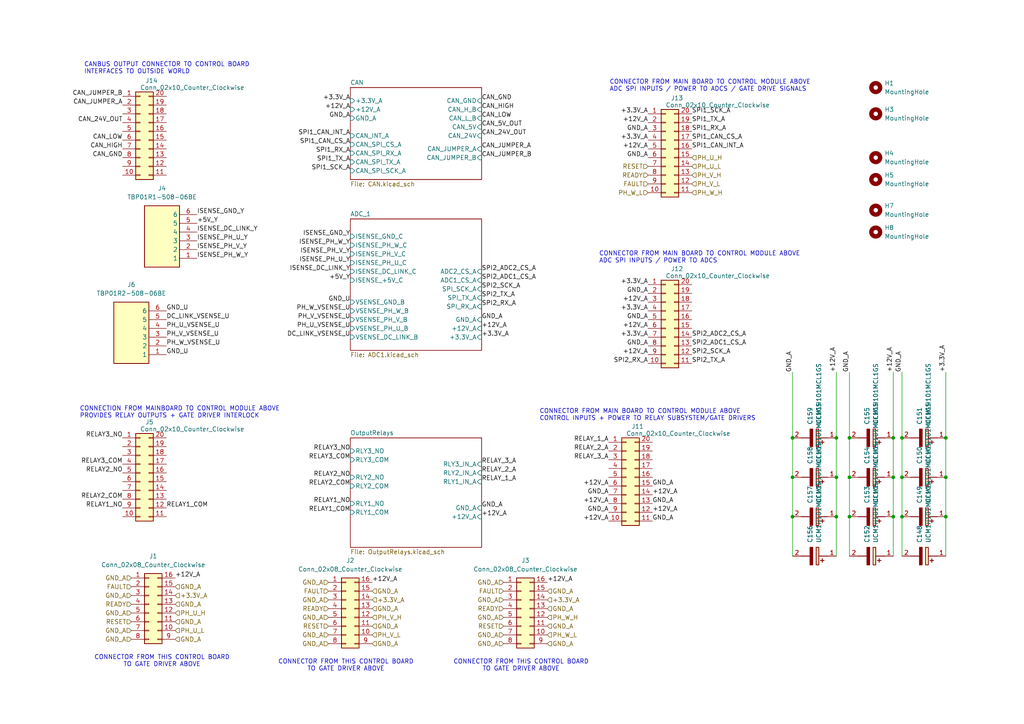
<source format=kicad_sch>
(kicad_sch (version 20250114) (generator "eeschema") (generator_version "9.0")
  (paper "A4")
  (lib_symbols
    (symbol "Connector_Generic:Conn_02x08_Counter_Clockwise" (pin_names (offset 1.016) (hide yes))
      (property "Reference" "J" (at 1.27 10.16 0))
      (property "Value" "Conn_02x08_Counter_Clockwise" (at 1.27 -12.7 0))
      (symbol "Conn_02x08_Counter_Clockwise_1_1"
        (rectangle (start -1.27 8.89) (end 3.81 -11.43) (stroke (width 0.254)) (fill (type background)))
        (rectangle (start -1.27 7.747) (end 0 7.493) (stroke (width 0.1524)))
        (rectangle (start -1.27 5.207) (end 0 4.953) (stroke (width 0.1524)))
        (rectangle (start -1.27 2.667) (end 0 2.413) (stroke (width 0.1524)))
        (rectangle (start -1.27 0.127) (end 0 -0.127) (stroke (width 0.1524)))
        (rectangle (start -1.27 -2.413) (end 0 -2.667) (stroke (width 0.1524)))
        (rectangle (start -1.27 -4.953) (end 0 -5.207) (stroke (width 0.1524)))
        (rectangle (start -1.27 -7.493) (end 0 -7.747) (stroke (width 0.1524)))
        (rectangle (start -1.27 -10.033) (end 0 -10.287) (stroke (width 0.1524)))
        (rectangle (start 3.81 7.747) (end 2.54 7.493) (stroke (width 0.1524)))
        (rectangle (start 3.81 5.207) (end 2.54 4.953) (stroke (width 0.1524)))
        (rectangle (start 3.81 2.667) (end 2.54 2.413) (stroke (width 0.1524)))
        (rectangle (start 3.81 0.127) (end 2.54 -0.127) (stroke (width 0.1524)))
        (rectangle (start 3.81 -2.413) (end 2.54 -2.667) (stroke (width 0.1524)))
        (rectangle (start 3.81 -4.953) (end 2.54 -5.207) (stroke (width 0.1524)))
        (rectangle (start 3.81 -7.493) (end 2.54 -7.747) (stroke (width 0.1524)))
        (rectangle (start 3.81 -10.033) (end 2.54 -10.287) (stroke (width 0.1524)))
        (pin passive line (at -5.08 7.62 0) (length 3.81) (name "Pin_1") (number "1"))
        (pin passive line (at -5.08 5.08 0) (length 3.81) (name "Pin_2") (number "2"))
        (pin passive line (at -5.08 2.54 0) (length 3.81) (name "Pin_3") (number "3"))
        (pin passive line (at -5.08 0 0) (length 3.81) (name "Pin_4") (number "4"))
        (pin passive line (at -5.08 -2.54 0) (length 3.81) (name "Pin_5") (number "5"))
        (pin passive line (at -5.08 -5.08 0) (length 3.81) (name "Pin_6") (number "6"))
        (pin passive line (at -5.08 -7.62 0) (length 3.81) (name "Pin_7") (number "7"))
        (pin passive line (at -5.08 -10.16 0) (length 3.81) (name "Pin_8") (number "8"))
        (pin passive line (at 7.62 7.62 180) (length 3.81) (name "Pin_16") (number "16"))
        (pin passive line (at 7.62 5.08 180) (length 3.81) (name "Pin_15") (number "15"))
        (pin passive line (at 7.62 2.54 180) (length 3.81) (name "Pin_14") (number "14"))
        (pin passive line (at 7.62 0 180) (length 3.81) (name "Pin_13") (number "13"))
        (pin passive line (at 7.62 -2.54 180) (length 3.81) (name "Pin_12") (number "12"))
        (pin passive line (at 7.62 -5.08 180) (length 3.81) (name "Pin_11") (number "11"))
        (pin passive line (at 7.62 -7.62 180) (length 3.81) (name "Pin_10") (number "10"))
        (pin passive line (at 7.62 -10.16 180) (length 3.81) (name "Pin_9") (number "9"))
      )
    )
    (symbol "Connector_Generic:Conn_02x10_Counter_Clockwise" (pin_names (offset 1.016) (hide yes))
      (property "Reference" "J" (at 1.27 12.7 0))
      (property "Value" "Conn_02x10_Counter_Clockwise" (at 1.27 -15.24 0))
      (symbol "Conn_02x10_Counter_Clockwise_1_1"
        (rectangle (start -1.27 11.43) (end 3.81 -13.97) (stroke (width 0.254)) (fill (type background)))
        (rectangle (start -1.27 10.287) (end 0 10.033) (stroke (width 0.1524)))
        (rectangle (start -1.27 7.747) (end 0 7.493) (stroke (width 0.1524)))
        (rectangle (start -1.27 5.207) (end 0 4.953) (stroke (width 0.1524)))
        (rectangle (start -1.27 2.667) (end 0 2.413) (stroke (width 0.1524)))
        (rectangle (start -1.27 0.127) (end 0 -0.127) (stroke (width 0.1524)))
        (rectangle (start -1.27 -2.413) (end 0 -2.667) (stroke (width 0.1524)))
        (rectangle (start -1.27 -4.953) (end 0 -5.207) (stroke (width 0.1524)))
        (rectangle (start -1.27 -7.493) (end 0 -7.747) (stroke (width 0.1524)))
        (rectangle (start -1.27 -10.033) (end 0 -10.287) (stroke (width 0.1524)))
        (rectangle (start -1.27 -12.573) (end 0 -12.827) (stroke (width 0.1524)))
        (rectangle (start 3.81 10.287) (end 2.54 10.033) (stroke (width 0.1524)))
        (rectangle (start 3.81 7.747) (end 2.54 7.493) (stroke (width 0.1524)))
        (rectangle (start 3.81 5.207) (end 2.54 4.953) (stroke (width 0.1524)))
        (rectangle (start 3.81 2.667) (end 2.54 2.413) (stroke (width 0.1524)))
        (rectangle (start 3.81 0.127) (end 2.54 -0.127) (stroke (width 0.1524)))
        (rectangle (start 3.81 -2.413) (end 2.54 -2.667) (stroke (width 0.1524)))
        (rectangle (start 3.81 -4.953) (end 2.54 -5.207) (stroke (width 0.1524)))
        (rectangle (start 3.81 -7.493) (end 2.54 -7.747) (stroke (width 0.1524)))
        (rectangle (start 3.81 -10.033) (end 2.54 -10.287) (stroke (width 0.1524)))
        (rectangle (start 3.81 -12.573) (end 2.54 -12.827) (stroke (width 0.1524)))
        (pin passive line (at -5.08 10.16 0) (length 3.81) (name "Pin_1") (number "1"))
        (pin passive line (at -5.08 7.62 0) (length 3.81) (name "Pin_2") (number "2"))
        (pin passive line (at -5.08 5.08 0) (length 3.81) (name "Pin_3") (number "3"))
        (pin passive line (at -5.08 2.54 0) (length 3.81) (name "Pin_4") (number "4"))
        (pin passive line (at -5.08 0 0) (length 3.81) (name "Pin_5") (number "5"))
        (pin passive line (at -5.08 -2.54 0) (length 3.81) (name "Pin_6") (number "6"))
        (pin passive line (at -5.08 -5.08 0) (length 3.81) (name "Pin_7") (number "7"))
        (pin passive line (at -5.08 -7.62 0) (length 3.81) (name "Pin_8") (number "8"))
        (pin passive line (at -5.08 -10.16 0) (length 3.81) (name "Pin_9") (number "9"))
        (pin passive line (at -5.08 -12.7 0) (length 3.81) (name "Pin_10") (number "10"))
        (pin passive line (at 7.62 10.16 180) (length 3.81) (name "Pin_20") (number "20"))
        (pin passive line (at 7.62 7.62 180) (length 3.81) (name "Pin_19") (number "19"))
        (pin passive line (at 7.62 5.08 180) (length 3.81) (name "Pin_18") (number "18"))
        (pin passive line (at 7.62 2.54 180) (length 3.81) (name "Pin_17") (number "17"))
        (pin passive line (at 7.62 0 180) (length 3.81) (name "Pin_16") (number "16"))
        (pin passive line (at 7.62 -2.54 180) (length 3.81) (name "Pin_15") (number "15"))
        (pin passive line (at 7.62 -5.08 180) (length 3.81) (name "Pin_14") (number "14"))
        (pin passive line (at 7.62 -7.62 180) (length 3.81) (name "Pin_13") (number "13"))
        (pin passive line (at 7.62 -10.16 180) (length 3.81) (name "Pin_12") (number "12"))
        (pin passive line (at 7.62 -12.7 180) (length 3.81) (name "Pin_11") (number "11"))
      )
    )
    (symbol "InverterCom:TBP01R1-508-06BE"
      (property "Reference" "J" (at 16.51 7.62 0))
      (property "Value" "TBP01R1-508-06BE" (at 16.51 5.08 0))
      (symbol "TBP01R1-508-06BE_1_1"
        (rectangle (start 5.08 2.54) (end 15.24 -15.24) (stroke (width 0.254)) (fill (type background)))
        (pin passive line (at 0 0 0) (length 5.08) (name "1") (number "1"))
        (pin passive line (at 0 -2.54 0) (length 5.08) (name "2") (number "2"))
        (pin passive line (at 0 -5.08 0) (length 5.08) (name "3") (number "3"))
        (pin passive line (at 0 -7.62 0) (length 5.08) (name "4") (number "4"))
        (pin passive line (at 0 -10.16 0) (length 5.08) (name "5") (number "5"))
        (pin passive line (at 0 -12.7 0) (length 5.08) (name "6") (number "6"))
      )
    )
    (symbol "InverterCom:TBP01R2-508-06BE"
      (property "Reference" "J" (at 16.51 7.62 0))
      (property "Value" "TBP01R2-508-06BE" (at 16.51 5.08 0))
      (symbol "TBP01R2-508-06BE_1_1"
        (rectangle (start 5.08 2.54) (end 15.24 -15.24) (stroke (width 0.254)) (fill (type background)))
        (pin passive line (at 0 0 0) (length 5.08) (name "1") (number "1"))
        (pin passive line (at 0 -2.54 0) (length 5.08) (name "2") (number "2"))
        (pin passive line (at 0 -5.08 0) (length 5.08) (name "3") (number "3"))
        (pin passive line (at 0 -7.62 0) (length 5.08) (name "4") (number "4"))
        (pin passive line (at 0 -10.16 0) (length 5.08) (name "5") (number "5"))
        (pin passive line (at 0 -12.7 0) (length 5.08) (name "6") (number "6"))
      )
    )
    (symbol "InverterCom:UCM1H101MCL1GS" (pin_names (hide yes))
      (property "Reference" "C" (at 8.89 6.35 0))
      (property "Value" "UCM1H101MCL1GS" (at 8.89 3.81 0))
      (symbol "UCM1H101MCL1GS_1_1"
        (polyline (pts (xy 2.54 0) (xy 5.08 0)) (stroke (width 0.254)))
        (polyline (pts (xy 4.064 1.778) (xy 4.064 0.762)) (stroke (width 0.254)))
        (polyline (pts (xy 4.572 1.27) (xy 3.556 1.27)) (stroke (width 0.254)))
        (rectangle (start 5.08 2.54) (end 5.842 -2.54) (stroke (width 0.254)) (fill (type background)))
        (polyline (pts (xy 7.62 2.54) (xy 7.62 -2.54) (xy 6.858 -2.54) (xy 6.858 2.54) (xy 7.62 2.54)) (stroke (width 0.254)) (fill (type outline)))
        (polyline (pts (xy 7.62 0) (xy 10.16 0)) (stroke (width 0.254)))
        (pin passive line (at 0 0 0) (length 2.54) (name "+") (number "1"))
        (pin passive line (at 12.7 0 180) (length 2.54) (name "-") (number "2"))
      )
    )
    (symbol "Mechanical:MountingHole" (pin_names (offset 1.016)) (in_bom no)
      (property "Reference" "H" (at 0 5.08 0))
      (property "Value" "MountingHole" (at 0 3.175 0))
      (symbol "MountingHole_0_1"
        (circle (center 0 0) (radius 1.27) (stroke (width 1.27)))
      )
    )
  )
  (text "CONNECTOR FROM MAIN BOARD TO CONTROL MODULE ABOVE\nADC SPI INPUTS / POWER TO ADCS" (at 173.736 74.676 0) (effects (font (size 1.27 1.27)) (justify left)))
  (text "CONNECTOR FROM MAIN BOARD TO CONTROL MODULE ABOVE\nADC SPI INPUTS / POWER TO ADCS / GATE DRIVE SIGNALS" (at 176.784 24.892 0) (effects (font (size 1.27 1.27)) (justify left)))
  (text "CANBUS OUTPUT CONNECTOR TO CONTROL BOARD\nINTERFACES TO OUTSIDE WORLD" (at 24.384 19.812 0) (effects (font (size 1.27 1.27)) (justify left)))
  (text "CONNECTOR FROM THIS CONTROL BOARD\nTO GATE DRIVER ABOVE" (at 100.33 193.04 0) (effects (font (size 1.27 1.27))))
  (text "CONNECTION FROM MAINBOARD TO CONTROL MODULE ABOVE\nPROVIDES RELAY OUTPUTS + GATE DRIVER INTERLOCK" (at 23.114 119.634 0) (effects (font (size 1.27 1.27)) (justify left)))
  (text "CONNECTOR FROM THIS CONTROL BOARD\nTO GATE DRIVER ABOVE" (at 46.99 191.77 0) (effects (font (size 1.27 1.27))))
  (text "CONNECTOR FROM THIS CONTROL BOARD\nTO GATE DRIVER ABOVE" (at 151.13 193.04 0) (effects (font (size 1.27 1.27))))
  (text "CONNECTOR FROM MAIN BOARD TO CONTROL MODULE ABOVE\nCONTROL INPUTS + POWER TO RELAY SUBSYSTEM/GATE DRIVERS" (at 156.464 120.396 0) (effects (font (size 1.27 1.27)) (justify left)))
  (junction (at 259.08 127))
  (junction (at 229.87 127))
  (junction (at 246.38 149.86))
  (junction (at 229.87 149.86))
  (junction (at 242.57 127))
  (junction (at 261.62 138.43))
  (junction (at 229.87 138.43))
  (junction (at 261.62 149.86))
  (junction (at 274.32 138.43))
  (junction (at 259.08 149.86))
  (junction (at 274.32 149.86))
  (junction (at 246.38 127))
  (junction (at 242.57 149.86))
  (junction (at 242.57 138.43))
  (junction (at 246.38 138.43))
  (junction (at 274.32 127))
  (junction (at 261.62 127))
  (junction (at 259.08 138.43))
  (wire (pts (xy 261.62 161.29) (xy 261.62 149.86)))
  (wire (pts (xy 259.08 127) (xy 259.08 107.95)))
  (wire (pts (xy 246.38 161.29) (xy 246.38 149.86)))
  (wire (pts (xy 229.87 149.86) (xy 229.87 138.43)))
  (wire (pts (xy 229.87 127) (xy 229.87 107.95)))
  (wire (pts (xy 242.57 149.86) (xy 242.57 138.43)))
  (wire (pts (xy 246.38 138.43) (xy 246.38 127)))
  (wire (pts (xy 261.62 127) (xy 261.62 107.95)))
  (wire (pts (xy 229.87 138.43) (xy 229.87 127)))
  (wire (pts (xy 261.62 138.43) (xy 261.62 127)))
  (wire (pts (xy 259.08 161.29) (xy 259.08 149.86)))
  (wire (pts (xy 246.38 149.86) (xy 246.38 138.43)))
  (wire (pts (xy 274.32 138.43) (xy 274.32 127)))
  (wire (pts (xy 274.32 161.29) (xy 274.32 149.86)))
  (wire (pts (xy 259.08 138.43) (xy 259.08 127)))
  (wire (pts (xy 242.57 127) (xy 242.57 107.95)))
  (wire (pts (xy 246.38 127) (xy 246.38 107.95)))
  (wire (pts (xy 274.32 127) (xy 274.32 107.95)))
  (wire (pts (xy 242.57 161.29) (xy 242.57 149.86)))
  (wire (pts (xy 259.08 149.86) (xy 259.08 138.43)))
  (wire (pts (xy 261.62 149.86) (xy 261.62 138.43)))
  (wire (pts (xy 274.32 149.86) (xy 274.32 138.43)))
  (wire (pts (xy 242.57 138.43) (xy 242.57 127)))
  (wire (pts (xy 229.87 161.29) (xy 229.87 149.86)))
  (label "+12V_A" (at 158.75 168.91 0))
  (label "CAN_24V_OUT" (at 35.56 35.56 180))
  (label "RELAY2_NO" (at 101.6 138.43 180))
  (label "GND_A" (at 187.96 38.1 180))
  (label "+3.3V_A" (at 187.96 97.79 180))
  (label "GND_A" (at 101.6 34.29 180))
  (label "ISENSE_PH_W_Y" (at 101.6 71.12 180))
  (label "CAN_HIGH" (at 35.56 43.18 180))
  (label "SPI2_ADC2_CS_A" (at 200.66 97.79 0))
  (label "CAN_LOW" (at 139.7 34.29 0))
  (label "ISENSE_DC_LINK_Y" (at 57.15 67.31 0))
  (label "+3.3V_A" (at 187.96 82.55 180))
  (label "GND_A" (at 187.96 92.71 180))
  (label "SPI2_ADC1_CS_A" (at 139.7 81.28 0))
  (label "GND_A" (at 261.62 107.95 90))
  (label "SPI1_CAN_CS_A" (at 200.66 40.64 0))
  (label "+12V_A" (at 187.96 87.63 180))
  (label "ISENSE_PH_V_Y" (at 57.15 72.39 0))
  (label "RELAY_1_A" (at 176.53 128.27 180))
  (label "+12V_A" (at 189.23 143.51 0))
  (label "+3.3V_A" (at 187.96 90.17 180))
  (label "CAN_JUMPER_B" (at 139.7 45.72 0))
  (label "GND_A" (at 189.23 146.05 0))
  (label "SPI2_ADC1_CS_A" (at 200.66 100.33 0))
  (label "GND_A" (at 189.23 151.13 0))
  (label "SPI1_CAN_INT_A" (at 200.66 43.18 0))
  (label "+12V_A" (at 176.53 151.13 180))
  (label "ISENSE_DC_LINK_Y" (at 101.6 78.74 180))
  (label "SPI1_TX_A" (at 200.66 35.56 0))
  (label "DC_LINK_VSENSE_U" (at 101.6 97.79 180))
  (label "CAN_JUMPER_A" (at 35.56 30.48 180))
  (label "RELAY2_COM" (at 101.6 140.97 180))
  (label "PH_W_VSENSE_U" (at 48.26 100.33 0))
  (label "PH_U_VSENSE_U" (at 48.26 95.25 0))
  (label "RELAY_1_A" (at 139.7 139.7 0))
  (label "CAN_JUMPER_A" (at 139.7 43.18 0))
  (label "+3.3V_A" (at 101.6 29.21 180))
  (label "SPI1_RX_A" (at 101.6 44.45 180))
  (label "CAN_HIGH" (at 139.7 31.75 0))
  (label "DC_LINK_VSENSE_U" (at 48.26 92.71 0))
  (label "GND_A" (at 246.38 107.95 90))
  (label "+12V_A" (at 189.23 148.59 0))
  (label "GND_A" (at 139.7 92.71 0))
  (label "GND_A" (at 176.53 148.59 180))
  (label "SPI1_RX_A" (at 200.66 38.1 0))
  (label "SPI1_TX_A" (at 101.6 46.99 180))
  (label "SPI1_CAN_INT_A" (at 101.6 39.37 180))
  (label "SPI2_SCK_A" (at 139.7 83.82 0))
  (label "+12V_A" (at 101.6 31.75 180))
  (label "ISENSE_PH_U_Y" (at 101.6 76.2 180))
  (label "RELAY2_COM" (at 35.56 144.78 180))
  (label "+12V_A" (at 176.53 146.05 180))
  (label "+12V_A" (at 139.7 149.86 0))
  (label "+3.3V_A" (at 274.32 107.95 90))
  (label "GND_A" (at 189.23 140.97 0))
  (label "CAN_5V_OUT" (at 139.7 36.83 0))
  (label "GND_U" (at 48.26 102.87 0))
  (label "GND_A" (at 187.96 45.72 180))
  (label "RELAY2_NO" (at 35.56 137.16 180))
  (label "SPI2_RX_A" (at 187.96 105.41 180))
  (label "CAN_24V_OUT" (at 139.7 39.37 0))
  (label "+5V_Y" (at 101.6 81.28 180))
  (label "+12V_A" (at 259.08 107.95 90))
  (label "+12V_A" (at 187.96 43.18 180))
  (label "RELAY1_NO" (at 35.56 147.32 180))
  (label "RELAY3_COM" (at 101.6 133.35 180))
  (label "CAN_GND" (at 35.56 45.72 180))
  (label "ISENSE_PH_U_Y" (at 57.15 69.85 0))
  (label "PH_W_VSENSE_U" (at 101.6 90.17 180))
  (label "GND_A" (at 229.87 107.95 90))
  (label "SPI2_RX_A" (at 139.7 88.9 0))
  (label "SPI2_TX_A" (at 200.66 105.41 0))
  (label "+12V_A" (at 187.96 102.87 180))
  (label "+12V_A" (at 187.96 95.25 180))
  (label "GND_U" (at 101.6 87.63 180))
  (label "GND_A" (at 139.7 147.32 0))
  (label "GND_A" (at 176.53 143.51 180))
  (label "RELAY3_NO" (at 101.6 130.81 180))
  (label "SPI1_SCK_A" (at 101.6 49.53 180))
  (label "ISENSE_PH_W_Y" (at 57.15 74.93 0))
  (label "+12V_A" (at 242.57 107.95 90))
  (label "CAN_JUMPER_B" (at 35.56 27.94 180))
  (label "RELAY_2_A" (at 176.53 130.81 180))
  (label "ISENSE_GND_Y" (at 101.6 68.58 180))
  (label "SPI1_CAN_CS_A" (at 101.6 41.91 180))
  (label "SPI1_SCK_A" (at 200.66 33.02 0))
  (label "RELAY1_COM" (at 101.6 148.59 180))
  (label "CAN_GND" (at 139.7 29.21 0))
  (label "+12V_A" (at 176.53 140.97 180))
  (label "RELAY3_NO" (at 35.56 127 180))
  (label "CAN_LOW" (at 35.56 40.64 180))
  (label "+12V_A" (at 187.96 35.56 180))
  (label "GND_A" (at 187.96 100.33 180))
  (label "PH_V_VSENSE_U" (at 48.26 97.79 0))
  (label "+3.3V_A" (at 139.7 97.79 0))
  (label "+5V_Y" (at 57.15 64.77 0))
  (label "RELAY3_COM" (at 35.56 134.62 180))
  (label "RELAY1_NO" (at 101.6 146.05 180))
  (label "SPI2_ADC2_CS_A" (at 139.7 78.74 0))
  (label "+12V_A" (at 107.95 168.91 0))
  (label "GND_A" (at 187.96 85.09 180))
  (label "PH_V_VSENSE_U" (at 101.6 92.71 180))
  (label "SPI2_SCK_A" (at 200.66 102.87 0))
  (label "+3.3V_A" (at 187.96 40.64 180))
  (label "ISENSE_GND_Y" (at 57.15 62.23 0))
  (label "RELAY_2_A" (at 139.7 137.16 0))
  (label "RELAY_3_A" (at 139.7 134.62 0))
  (label "RELAY1_COM" (at 48.26 147.32 0))
  (label "+3.3V_A" (at 187.96 33.02 180))
  (label "RELAY_3_A" (at 176.53 133.35 180))
  (label "+12V_A" (at 139.7 95.25 0))
  (label "GND_U" (at 48.26 90.17 0))
  (label "PH_U_VSENSE_U" (at 101.6 95.25 180))
  (label "ISENSE_PH_V_Y" (at 101.6 73.66 180))
  (label "+12V_A" (at 50.8 167.64 0))
  (label "SPI2_TX_A" (at 139.7 86.36 0))
  (hierarchical_label "GND_A" (shape input) (at 107.95 176.53 0))
  (hierarchical_label "FAULT" (shape input) (at 187.96 53.34 180))
  (hierarchical_label "PH_U_L" (shape input) (at 50.8 182.88 0))
  (hierarchical_label "PH_V_H" (shape input) (at 107.95 179.07 0))
  (hierarchical_label "GND_A" (shape input) (at 95.25 184.15 180))
  (hierarchical_label "GND_A" (shape input) (at 50.8 170.18 0))
  (hierarchical_label "PH_W_H" (shape input) (at 158.75 179.07 0))
  (hierarchical_label "GND_A" (shape input) (at 50.8 175.26 0))
  (hierarchical_label "GND_A" (shape input) (at 95.25 179.07 180))
  (hierarchical_label "+3.3V_A" (shape input) (at 50.8 172.72 0))
  (hierarchical_label "FAULT" (shape input) (at 146.05 171.45 180))
  (hierarchical_label "GND_A" (shape input) (at 50.8 185.42 0))
  (hierarchical_label "GND_A" (shape input) (at 146.05 179.07 180))
  (hierarchical_label "READY" (shape input) (at 95.25 176.53 180))
  (hierarchical_label "GND_A" (shape input) (at 95.25 173.99 180))
  (hierarchical_label "READY" (shape input) (at 146.05 176.53 180))
  (hierarchical_label "RESET" (shape input) (at 146.05 181.61 180))
  (hierarchical_label "PH_W_H" (shape input) (at 200.66 55.88 0))
  (hierarchical_label "READY" (shape input) (at 38.1 175.26 180))
  (hierarchical_label "GND_A" (shape input) (at 146.05 184.15 180))
  (hierarchical_label "GND_A" (shape input) (at 38.1 167.64 180))
  (hierarchical_label "GND_A" (shape input) (at 38.1 182.88 180))
  (hierarchical_label "RESET" (shape input) (at 187.96 48.26 180))
  (hierarchical_label "GND_A" (shape input) (at 146.05 186.69 180))
  (hierarchical_label "+3.3V_A" (shape input) (at 107.95 173.99 0))
  (hierarchical_label "GND_A" (shape input) (at 95.25 168.91 180))
  (hierarchical_label "FAULT" (shape input) (at 95.25 171.45 180))
  (hierarchical_label "PH_W_L" (shape input) (at 158.75 184.15 0))
  (hierarchical_label "GND_A" (shape input) (at 50.8 180.34 0))
  (hierarchical_label "PH_V_L" (shape input) (at 107.95 184.15 0))
  (hierarchical_label "PH_W_L" (shape input) (at 187.96 55.88 180))
  (hierarchical_label "GND_A" (shape input) (at 107.95 171.45 0))
  (hierarchical_label "GND_A" (shape input) (at 38.1 177.8 180))
  (hierarchical_label "GND_A" (shape input) (at 107.95 186.69 0))
  (hierarchical_label "GND_A" (shape input) (at 38.1 172.72 180))
  (hierarchical_label "RESET" (shape input) (at 38.1 180.34 180))
  (hierarchical_label "PH_U_L" (shape input) (at 200.66 48.26 0))
  (hierarchical_label "GND_A" (shape input) (at 107.95 181.61 0))
  (hierarchical_label "GND_A" (shape input) (at 146.05 173.99 180))
  (hierarchical_label "GND_A" (shape input) (at 95.25 186.69 180))
  (hierarchical_label "PH_U_H" (shape input) (at 50.8 177.8 0))
  (hierarchical_label "GND_A" (shape input) (at 158.75 176.53 0))
  (hierarchical_label "READY" (shape input) (at 187.96 50.8 180))
  (hierarchical_label "PH_V_H" (shape input) (at 200.66 50.8 0))
  (hierarchical_label "PH_V_L" (shape input) (at 200.66 53.34 0))
  (hierarchical_label "GND_A" (shape input) (at 158.75 186.69 0))
  (hierarchical_label "RESET" (shape input) (at 95.25 181.61 180))
  (hierarchical_label "GND_A" (shape input) (at 38.1 185.42 180))
  (hierarchical_label "FAULT" (shape input) (at 38.1 170.18 180))
  (hierarchical_label "PH_U_H" (shape input) (at 200.66 45.72 0))
  (hierarchical_label "GND_A" (shape input) (at 158.75 181.61 0))
  (hierarchical_label "GND_A" (shape input) (at 158.75 171.45 0))
  (hierarchical_label "+3.3V_A" (shape input) (at 158.75 173.99 0))
  (hierarchical_label "GND_A" (shape input) (at 146.05 168.91 180))
  (symbol (lib_id "Connector_Generic:Conn_02x10_Counter_Clockwise") (at 40.64 38.1 0) (unit 1)
    (property "Reference" "J14" (at 42.164 23.368 0) (effects (justify left)))
    (property "Value" "Conn_02x10_Counter_Clockwise" (at 40.6401 25.4 0) (effects (justify left)))
    (property "Footprint" "Connector_PinHeader_2.54mm:PinHeader_2x10_P2.54mm_Vertical" (effects (hide yes)))
    (property "Description" "Generic connector, double row, 02x10, counter clockwise pin numbering scheme (similar to DIP package numbering), script generated (kicad-library-utils/schlib/autogen/connector/)" (effects (hide yes)))
  )
  (symbol (lib_id "Connector_Generic:Conn_02x08_Counter_Clockwise") (at 151.13 176.53 0) (unit 1)
    (property "Reference" "J3" (at 152.4 162.56 0))
    (property "Value" "Conn_02x08_Counter_Clockwise" (at 152.4 165.1 0))
    (property "Footprint" "Connector_PinSocket_2.54mm:PinSocket_2x08_P2.54mm_Vertical" (effects (hide yes)))
    (property "Description" "Generic connector, double row, 02x08, counter clockwise pin numbering scheme (similar to DIP package numbering), script generated (kicad-library-utils/schlib/autogen/connector/)" (effects (hide yes)))
  )
  (symbol (lib_id "InverterCom:UCM1H101MCL1GS") (at 259.08 161.29 180) (unit 1)
    (property "Reference" "C152" (at 251.4599 157.48 90) (effects (justify right)))
    (property "Value" "UCM1H101MCL1GS" (at 253.9999 157.48 90) (effects (justify right)))
    (property "Footprint" "InverterCom:CAPAE660X800N" (effects (hide yes)))
    (property "Datasheet" "http://www.nichicon.co.jp/english/products/pdfs/e-ucm.pdf" (effects (hide yes)))
    (property "Description" "Nichicon 100uF 50 V Aluminium Electrolytic Capacitor SMD, CM Series 2000h 6.3 (Dia.) x 7.7mm" (effects (hide yes)))
    (property "Height" "8" (effects (hide yes)))
    (property "Mouser Part Number" "647-UCM1H101MCL1GS" (effects (hide yes)))
    (property "Mouser Price/Stock" "https://www.mouser.co.uk/ProductDetail/Nichicon/UCM1H101MCL1GS?qs=DSgADHjnLTkk%252B%2Fewo0WoDQ%3D%3D" (effects (hide yes)))
    (property "Manufacturer_Name" "Nichicon" (effects (hide yes)))
    (property "Manufacturer_Part_Number" "UCM1H101MCL1GS" (effects (hide yes)))
  )
  (symbol (lib_id "Connector_Generic:Conn_02x08_Counter_Clockwise") (at 43.18 175.26 0) (unit 1)
    (property "Reference" "J1" (at 44.45 161.29 0))
    (property "Value" "Conn_02x08_Counter_Clockwise" (at 44.45 163.83 0))
    (property "Footprint" "Connector_PinSocket_2.54mm:PinSocket_2x08_P2.54mm_Vertical" (effects (hide yes)))
    (property "Description" "Generic connector, double row, 02x08, counter clockwise pin numbering scheme (similar to DIP package numbering), script generated (kicad-library-utils/schlib/autogen/connector/)" (effects (hide yes)))
  )
  (symbol (lib_id "Connector_Generic:Conn_02x10_Counter_Clockwise") (at 40.64 137.16 0) (unit 1)
    (property "Reference" "J5" (at 42.164 122.428 0) (effects (justify left)))
    (property "Value" "Conn_02x10_Counter_Clockwise" (at 40.6401 124.46 0) (effects (justify left)))
    (property "Footprint" "Connector_PinHeader_2.54mm:PinHeader_2x10_P2.54mm_Vertical" (effects (hide yes)))
    (property "Description" "Generic connector, double row, 02x10, counter clockwise pin numbering scheme (similar to DIP package numbering), script generated (kicad-library-utils/schlib/autogen/connector/)" (effects (hide yes)))
  )
  (symbol (lib_id "InverterCom:TBP01R1-508-06BE") (at 57.15 74.93 180) (unit 1)
    (property "Reference" "J4" (at 46.99 54.61 0))
    (property "Value" "TBP01R1-508-06BE" (at 46.99 57.15 0))
    (property "Footprint" "InverterCom:TBP01R150806BE" (effects (hide yes)))
    (property "Datasheet" "https://www.sameskydevices.com/product/resource/TBP01R1-508.pdf" (effects (hide yes)))
    (property "Description" "TBP01R1-508 Series - 2~24 Poles, Pluggable, Receptacle, Horizontal, 5.08 Pitch, Terminal Block Connector" (effects (hide yes)))
    (property "Height" "8.5" (effects (hide yes)))
    (property "Mouser Part Number" "490-TBP01R1-508-06BE" (effects (hide yes)))
    (property "Mouser Price/Stock" "https://www.mouser.co.uk/ProductDetail/Same-Sky/TBP01R1-508-06BE?qs=PzGy0jfpSMtbefrSiaRjjA%3D%3D" (effects (hide yes)))
    (property "Manufacturer_Name" "Same Sky" (effects (hide yes)))
    (property "Manufacturer_Part_Number" "TBP01R1-508-06BE" (effects (hide yes)))
  )
  (symbol (lib_id "Connector_Generic:Conn_02x10_Counter_Clockwise") (at 181.61 138.43 0) (unit 1)
    (property "Reference" "J11" (at 183.134 123.698 0) (effects (justify left)))
    (property "Value" "Conn_02x10_Counter_Clockwise" (at 181.6101 125.73 0) (effects (justify left)))
    (property "Footprint" "Connector_PinHeader_2.54mm:PinHeader_2x10_P2.54mm_Vertical" (effects (hide yes)))
    (property "Description" "Generic connector, double row, 02x10, counter clockwise pin numbering scheme (similar to DIP package numbering), script generated (kicad-library-utils/schlib/autogen/connector/)" (effects (hide yes)))
  )
  (symbol (lib_id "Mechanical:MountingHole") (at 254 33.02 0) (unit 1) (in_bom no)
    (property "Reference" "H3" (at 256.54 31.7499 0) (effects (justify left)))
    (property "Value" "MountingHole" (at 256.54 34.2899 0) (effects (justify left)))
    (property "Footprint" "MountingHole:MountingHole_4.3mm_M4" (effects (hide yes)))
    (property "Description" "Mounting Hole without connection" (effects (hide yes)))
  )
  (symbol (lib_id "Mechanical:MountingHole") (at 254 25.4 0) (unit 1) (in_bom no)
    (property "Reference" "H1" (at 256.54 24.1299 0) (effects (justify left)))
    (property "Value" "MountingHole" (at 256.54 26.6699 0) (effects (justify left)))
    (property "Footprint" "MountingHole:MountingHole_3.2mm_M3" (effects (hide yes)))
    (property "Description" "Mounting Hole without connection" (effects (hide yes)))
  )
  (symbol (lib_id "InverterCom:UCM1H101MCL1GS") (at 242.57 138.43 180) (unit 1)
    (property "Reference" "C158" (at 234.9499 134.62 90) (effects (justify right)))
    (property "Value" "UCM1H101MCL1GS" (at 237.4899 134.62 90) (effects (justify right)))
    (property "Footprint" "InverterCom:CAPAE660X800N" (effects (hide yes)))
    (property "Datasheet" "http://www.nichicon.co.jp/english/products/pdfs/e-ucm.pdf" (effects (hide yes)))
    (property "Description" "Nichicon 100uF 50 V Aluminium Electrolytic Capacitor SMD, CM Series 2000h 6.3 (Dia.) x 7.7mm" (effects (hide yes)))
    (property "Height" "8" (effects (hide yes)))
    (property "Mouser Part Number" "647-UCM1H101MCL1GS" (effects (hide yes)))
    (property "Mouser Price/Stock" "https://www.mouser.co.uk/ProductDetail/Nichicon/UCM1H101MCL1GS?qs=DSgADHjnLTkk%252B%2Fewo0WoDQ%3D%3D" (effects (hide yes)))
    (property "Manufacturer_Name" "Nichicon" (effects (hide yes)))
    (property "Manufacturer_Part_Number" "UCM1H101MCL1GS" (effects (hide yes)))
  )
  (symbol (lib_id "InverterCom:UCM1H101MCL1GS") (at 259.08 127 180) (unit 1)
    (property "Reference" "C155" (at 251.4599 123.19 90) (effects (justify right)))
    (property "Value" "UCM1H101MCL1GS" (at 253.9999 123.19 90) (effects (justify right)))
    (property "Footprint" "InverterCom:CAPAE660X800N" (effects (hide yes)))
    (property "Datasheet" "http://www.nichicon.co.jp/english/products/pdfs/e-ucm.pdf" (effects (hide yes)))
    (property "Description" "Nichicon 100uF 50 V Aluminium Electrolytic Capacitor SMD, CM Series 2000h 6.3 (Dia.) x 7.7mm" (effects (hide yes)))
    (property "Height" "8" (effects (hide yes)))
    (property "Mouser Part Number" "647-UCM1H101MCL1GS" (effects (hide yes)))
    (property "Mouser Price/Stock" "https://www.mouser.co.uk/ProductDetail/Nichicon/UCM1H101MCL1GS?qs=DSgADHjnLTkk%252B%2Fewo0WoDQ%3D%3D" (effects (hide yes)))
    (property "Manufacturer_Name" "Nichicon" (effects (hide yes)))
    (property "Manufacturer_Part_Number" "UCM1H101MCL1GS" (effects (hide yes)))
  )
  (symbol (lib_id "InverterCom:UCM1H101MCL1GS") (at 274.32 149.86 180) (unit 1)
    (property "Reference" "C149" (at 266.6999 146.05 90) (effects (justify right)))
    (property "Value" "UCM1H101MCL1GS" (at 269.2399 146.05 90) (effects (justify right)))
    (property "Footprint" "InverterCom:CAPAE660X800N" (effects (hide yes)))
    (property "Datasheet" "http://www.nichicon.co.jp/english/products/pdfs/e-ucm.pdf" (effects (hide yes)))
    (property "Description" "Nichicon 100uF 50 V Aluminium Electrolytic Capacitor SMD, CM Series 2000h 6.3 (Dia.) x 7.7mm" (effects (hide yes)))
    (property "Height" "8" (effects (hide yes)))
    (property "Mouser Part Number" "647-UCM1H101MCL1GS" (effects (hide yes)))
    (property "Mouser Price/Stock" "https://www.mouser.co.uk/ProductDetail/Nichicon/UCM1H101MCL1GS?qs=DSgADHjnLTkk%252B%2Fewo0WoDQ%3D%3D" (effects (hide yes)))
    (property "Manufacturer_Name" "Nichicon" (effects (hide yes)))
    (property "Manufacturer_Part_Number" "UCM1H101MCL1GS" (effects (hide yes)))
  )
  (symbol (lib_id "InverterCom:UCM1H101MCL1GS") (at 274.32 138.43 180) (unit 1)
    (property "Reference" "C150" (at 266.6999 134.62 90) (effects (justify right)))
    (property "Value" "UCM1H101MCL1GS" (at 269.2399 134.62 90) (effects (justify right)))
    (property "Footprint" "InverterCom:CAPAE660X800N" (effects (hide yes)))
    (property "Datasheet" "http://www.nichicon.co.jp/english/products/pdfs/e-ucm.pdf" (effects (hide yes)))
    (property "Description" "Nichicon 100uF 50 V Aluminium Electrolytic Capacitor SMD, CM Series 2000h 6.3 (Dia.) x 7.7mm" (effects (hide yes)))
    (property "Height" "8" (effects (hide yes)))
    (property "Mouser Part Number" "647-UCM1H101MCL1GS" (effects (hide yes)))
    (property "Mouser Price/Stock" "https://www.mouser.co.uk/ProductDetail/Nichicon/UCM1H101MCL1GS?qs=DSgADHjnLTkk%252B%2Fewo0WoDQ%3D%3D" (effects (hide yes)))
    (property "Manufacturer_Name" "Nichicon" (effects (hide yes)))
    (property "Manufacturer_Part_Number" "UCM1H101MCL1GS" (effects (hide yes)))
  )
  (symbol (lib_id "InverterCom:UCM1H101MCL1GS") (at 274.32 161.29 180) (unit 1)
    (property "Reference" "C148" (at 266.6999 157.48 90) (effects (justify right)))
    (property "Value" "UCM1H101MCL1GS" (at 269.2399 157.48 90) (effects (justify right)))
    (property "Footprint" "InverterCom:CAPAE660X800N" (effects (hide yes)))
    (property "Datasheet" "http://www.nichicon.co.jp/english/products/pdfs/e-ucm.pdf" (effects (hide yes)))
    (property "Description" "Nichicon 100uF 50 V Aluminium Electrolytic Capacitor SMD, CM Series 2000h 6.3 (Dia.) x 7.7mm" (effects (hide yes)))
    (property "Height" "8" (effects (hide yes)))
    (property "Mouser Part Number" "647-UCM1H101MCL1GS" (effects (hide yes)))
    (property "Mouser Price/Stock" "https://www.mouser.co.uk/ProductDetail/Nichicon/UCM1H101MCL1GS?qs=DSgADHjnLTkk%252B%2Fewo0WoDQ%3D%3D" (effects (hide yes)))
    (property "Manufacturer_Name" "Nichicon" (effects (hide yes)))
    (property "Manufacturer_Part_Number" "UCM1H101MCL1GS" (effects (hide yes)))
  )
  (symbol (lib_id "Mechanical:MountingHole") (at 254 52.07 0) (unit 1) (in_bom no)
    (property "Reference" "H5" (at 256.54 50.7999 0) (effects (justify left)))
    (property "Value" "MountingHole" (at 256.54 53.3399 0) (effects (justify left)))
    (property "Footprint" "MountingHole:MountingHole_4.3mm_M4" (effects (hide yes)))
    (property "Description" "Mounting Hole without connection" (effects (hide yes)))
  )
  (symbol (lib_id "InverterCom:UCM1H101MCL1GS") (at 242.57 127 180) (unit 1)
    (property "Reference" "C159" (at 234.9499 123.19 90) (effects (justify right)))
    (property "Value" "UCM1H101MCL1GS" (at 237.4899 123.19 90) (effects (justify right)))
    (property "Footprint" "InverterCom:CAPAE660X800N" (effects (hide yes)))
    (property "Datasheet" "http://www.nichicon.co.jp/english/products/pdfs/e-ucm.pdf" (effects (hide yes)))
    (property "Description" "Nichicon 100uF 50 V Aluminium Electrolytic Capacitor SMD, CM Series 2000h 6.3 (Dia.) x 7.7mm" (effects (hide yes)))
    (property "Height" "8" (effects (hide yes)))
    (property "Mouser Part Number" "647-UCM1H101MCL1GS" (effects (hide yes)))
    (property "Mouser Price/Stock" "https://www.mouser.co.uk/ProductDetail/Nichicon/UCM1H101MCL1GS?qs=DSgADHjnLTkk%252B%2Fewo0WoDQ%3D%3D" (effects (hide yes)))
    (property "Manufacturer_Name" "Nichicon" (effects (hide yes)))
    (property "Manufacturer_Part_Number" "UCM1H101MCL1GS" (effects (hide yes)))
  )
  (symbol (lib_id "InverterCom:UCM1H101MCL1GS") (at 274.32 127 180) (unit 1)
    (property "Reference" "C151" (at 266.6999 123.19 90) (effects (justify right)))
    (property "Value" "UCM1H101MCL1GS" (at 269.2399 123.19 90) (effects (justify right)))
    (property "Footprint" "InverterCom:CAPAE660X800N" (effects (hide yes)))
    (property "Datasheet" "http://www.nichicon.co.jp/english/products/pdfs/e-ucm.pdf" (effects (hide yes)))
    (property "Description" "Nichicon 100uF 50 V Aluminium Electrolytic Capacitor SMD, CM Series 2000h 6.3 (Dia.) x 7.7mm" (effects (hide yes)))
    (property "Height" "8" (effects (hide yes)))
    (property "Mouser Part Number" "647-UCM1H101MCL1GS" (effects (hide yes)))
    (property "Mouser Price/Stock" "https://www.mouser.co.uk/ProductDetail/Nichicon/UCM1H101MCL1GS?qs=DSgADHjnLTkk%252B%2Fewo0WoDQ%3D%3D" (effects (hide yes)))
    (property "Manufacturer_Name" "Nichicon" (effects (hide yes)))
    (property "Manufacturer_Part_Number" "UCM1H101MCL1GS" (effects (hide yes)))
  )
  (symbol (lib_id "Mechanical:MountingHole") (at 254 60.96 0) (unit 1) (in_bom no)
    (property "Reference" "H7" (at 256.54 59.6899 0) (effects (justify left)))
    (property "Value" "MountingHole" (at 256.54 62.2299 0) (effects (justify left)))
    (property "Footprint" "MountingHole:MountingHole_3.2mm_M3" (effects (hide yes)))
    (property "Description" "Mounting Hole without connection" (effects (hide yes)))
  )
  (symbol (lib_id "InverterCom:UCM1H101MCL1GS") (at 259.08 138.43 180) (unit 1)
    (property "Reference" "C154" (at 251.4599 134.62 90) (effects (justify right)))
    (property "Value" "UCM1H101MCL1GS" (at 253.9999 134.62 90) (effects (justify right)))
    (property "Footprint" "InverterCom:CAPAE660X800N" (effects (hide yes)))
    (property "Datasheet" "http://www.nichicon.co.jp/english/products/pdfs/e-ucm.pdf" (effects (hide yes)))
    (property "Description" "Nichicon 100uF 50 V Aluminium Electrolytic Capacitor SMD, CM Series 2000h 6.3 (Dia.) x 7.7mm" (effects (hide yes)))
    (property "Height" "8" (effects (hide yes)))
    (property "Mouser Part Number" "647-UCM1H101MCL1GS" (effects (hide yes)))
    (property "Mouser Price/Stock" "https://www.mouser.co.uk/ProductDetail/Nichicon/UCM1H101MCL1GS?qs=DSgADHjnLTkk%252B%2Fewo0WoDQ%3D%3D" (effects (hide yes)))
    (property "Manufacturer_Name" "Nichicon" (effects (hide yes)))
    (property "Manufacturer_Part_Number" "UCM1H101MCL1GS" (effects (hide yes)))
  )
  (symbol (lib_id "Connector_Generic:Conn_02x08_Counter_Clockwise") (at 100.33 176.53 0) (unit 1)
    (property "Reference" "J2" (at 101.6 162.56 0))
    (property "Value" "Conn_02x08_Counter_Clockwise" (at 101.6 165.1 0))
    (property "Footprint" "Connector_PinSocket_2.54mm:PinSocket_2x08_P2.54mm_Vertical" (effects (hide yes)))
    (property "Description" "Generic connector, double row, 02x08, counter clockwise pin numbering scheme (similar to DIP package numbering), script generated (kicad-library-utils/schlib/autogen/connector/)" (effects (hide yes)))
  )
  (symbol (lib_id "InverterCom:UCM1H101MCL1GS") (at 242.57 149.86 180) (unit 1)
    (property "Reference" "C157" (at 234.9499 146.05 90) (effects (justify right)))
    (property "Value" "UCM1H101MCL1GS" (at 237.4899 146.05 90) (effects (justify right)))
    (property "Footprint" "InverterCom:CAPAE660X800N" (effects (hide yes)))
    (property "Datasheet" "http://www.nichicon.co.jp/english/products/pdfs/e-ucm.pdf" (effects (hide yes)))
    (property "Description" "Nichicon 100uF 50 V Aluminium Electrolytic Capacitor SMD, CM Series 2000h 6.3 (Dia.) x 7.7mm" (effects (hide yes)))
    (property "Height" "8" (effects (hide yes)))
    (property "Mouser Part Number" "647-UCM1H101MCL1GS" (effects (hide yes)))
    (property "Mouser Price/Stock" "https://www.mouser.co.uk/ProductDetail/Nichicon/UCM1H101MCL1GS?qs=DSgADHjnLTkk%252B%2Fewo0WoDQ%3D%3D" (effects (hide yes)))
    (property "Manufacturer_Name" "Nichicon" (effects (hide yes)))
    (property "Manufacturer_Part_Number" "UCM1H101MCL1GS" (effects (hide yes)))
  )
  (symbol (lib_id "Mechanical:MountingHole") (at 254 45.72 0) (unit 1) (in_bom no)
    (property "Reference" "H4" (at 256.54 44.4499 0) (effects (justify left)))
    (property "Value" "MountingHole" (at 256.54 46.9899 0) (effects (justify left)))
    (property "Footprint" "MountingHole:MountingHole_4.3mm_M4" (effects (hide yes)))
    (property "Description" "Mounting Hole without connection" (effects (hide yes)))
  )
  (symbol (lib_id "Connector_Generic:Conn_02x10_Counter_Clockwise") (at 193.04 43.18 0) (unit 1)
    (property "Reference" "J13" (at 194.564 28.448 0) (effects (justify left)))
    (property "Value" "Conn_02x10_Counter_Clockwise" (at 193.0401 30.48 0) (effects (justify left)))
    (property "Footprint" "Connector_PinHeader_2.54mm:PinHeader_2x10_P2.54mm_Vertical" (effects (hide yes)))
    (property "Description" "Generic connector, double row, 02x10, counter clockwise pin numbering scheme (similar to DIP package numbering), script generated (kicad-library-utils/schlib/autogen/connector/)" (effects (hide yes)))
  )
  (symbol (lib_id "InverterCom:TBP01R2-508-06BE") (at 48.26 102.87 180) (unit 1)
    (property "Reference" "J6" (at 38.1 82.55 0))
    (property "Value" "TBP01R2-508-06BE" (at 38.1 85.09 0))
    (property "Footprint" "InverterCom:TBP01R250806BE" (effects (hide yes)))
    (property "Datasheet" "https://www.sameskydevices.com/product/resource/tbp01r2-508.pdf" (effects (hide yes)))
    (property "Description" "6 Position Terminal Block Header, Male Pins, Shrouded (4 Side) 0.200\" (5.08mm) Vertical Through Hole" (effects (hide yes)))
    (property "Height" "12.4" (effects (hide yes)))
    (property "Mouser Part Number" "490-TBP01R2-508-06BE" (effects (hide yes)))
    (property "Mouser Price/Stock" "https://www.mouser.co.uk/ProductDetail/CUI-Devices/TBP01R2-508-06BE?qs=PzGy0jfpSMsphIICa8uwtQ%3D%3D" (effects (hide yes)))
    (property "Manufacturer_Name" "Same Sky" (effects (hide yes)))
    (property "Manufacturer_Part_Number" "TBP01R2-508-06BE" (effects (hide yes)))
  )
  (symbol (lib_id "InverterCom:UCM1H101MCL1GS") (at 242.57 161.29 180) (unit 1)
    (property "Reference" "C156" (at 234.9499 157.48 90) (effects (justify right)))
    (property "Value" "UCM1H101MCL1GS" (at 237.4899 157.48 90) (effects (justify right)))
    (property "Footprint" "InverterCom:CAPAE660X800N" (effects (hide yes)))
    (property "Datasheet" "http://www.nichicon.co.jp/english/products/pdfs/e-ucm.pdf" (effects (hide yes)))
    (property "Description" "Nichicon 100uF 50 V Aluminium Electrolytic Capacitor SMD, CM Series 2000h 6.3 (Dia.) x 7.7mm" (effects (hide yes)))
    (property "Height" "8" (effects (hide yes)))
    (property "Mouser Part Number" "647-UCM1H101MCL1GS" (effects (hide yes)))
    (property "Mouser Price/Stock" "https://www.mouser.co.uk/ProductDetail/Nichicon/UCM1H101MCL1GS?qs=DSgADHjnLTkk%252B%2Fewo0WoDQ%3D%3D" (effects (hide yes)))
    (property "Manufacturer_Name" "Nichicon" (effects (hide yes)))
    (property "Manufacturer_Part_Number" "UCM1H101MCL1GS" (effects (hide yes)))
  )
  (symbol (lib_id "Connector_Generic:Conn_02x10_Counter_Clockwise") (at 193.04 92.71 0) (unit 1)
    (property "Reference" "J12" (at 194.564 77.978 0) (effects (justify left)))
    (property "Value" "Conn_02x10_Counter_Clockwise" (at 193.0401 80.01 0) (effects (justify left)))
    (property "Footprint" "Connector_PinHeader_2.54mm:PinHeader_2x10_P2.54mm_Vertical" (effects (hide yes)))
    (property "Description" "Generic connector, double row, 02x10, counter clockwise pin numbering scheme (similar to DIP package numbering), script generated (kicad-library-utils/schlib/autogen/connector/)" (effects (hide yes)))
  )
  (symbol (lib_id "InverterCom:UCM1H101MCL1GS") (at 259.08 149.86 180) (unit 1)
    (property "Reference" "C153" (at 251.4599 146.05 90) (effects (justify right)))
    (property "Value" "UCM1H101MCL1GS" (at 253.9999 146.05 90) (effects (justify right)))
    (property "Footprint" "InverterCom:CAPAE660X800N" (effects (hide yes)))
    (property "Datasheet" "http://www.nichicon.co.jp/english/products/pdfs/e-ucm.pdf" (effects (hide yes)))
    (property "Description" "Nichicon 100uF 50 V Aluminium Electrolytic Capacitor SMD, CM Series 2000h 6.3 (Dia.) x 7.7mm" (effects (hide yes)))
    (property "Height" "8" (effects (hide yes)))
    (property "Mouser Part Number" "647-UCM1H101MCL1GS" (effects (hide yes)))
    (property "Mouser Price/Stock" "https://www.mouser.co.uk/ProductDetail/Nichicon/UCM1H101MCL1GS?qs=DSgADHjnLTkk%252B%2Fewo0WoDQ%3D%3D" (effects (hide yes)))
    (property "Manufacturer_Name" "Nichicon" (effects (hide yes)))
    (property "Manufacturer_Part_Number" "UCM1H101MCL1GS" (effects (hide yes)))
  )
  (symbol (lib_id "Mechanical:MountingHole") (at 254 67.31 0) (unit 1) (in_bom no)
    (property "Reference" "H8" (at 256.54 66.0399 0) (effects (justify left)))
    (property "Value" "MountingHole" (at 256.54 68.5799 0) (effects (justify left)))
    (property "Footprint" "MountingHole:MountingHole_4.3mm_M4" (effects (hide yes)))
    (property "Description" "Mounting Hole without connection" (effects (hide yes)))
  )
  (sheet (at 101.6 127) (size 38.1 31.75) (stroke (width 0.1524))
    (property "Sheetname" "OutputRelays" (at 101.6 126.2884 0) (effects (justify left bottom)))
    (property "Sheetfile" "OutputRelays.kicad_sch" (at 101.6 159.3346 0) (effects (justify left top)))
    (pin "GND_A" input (at 139.7 147.32 0))
    (pin "RLY1_COM" input (at 101.6 148.59 180))
    (pin "RLY1_IN_A" input (at 139.7 139.7 0))
    (pin "RLY1_NO" input (at 101.6 146.05 180))
    (pin "RLY2_COM" input (at 101.6 140.97 180))
    (pin "RLY2_IN_A" input (at 139.7 137.16 0))
    (pin "RLY2_NO" input (at 101.6 138.43 180))
    (pin "RLY3_COM" input (at 101.6 133.35 180))
    (pin "RLY3_IN_A" input (at 139.7 134.62 0))
    (pin "RLY3_NO" input (at 101.6 130.81 180))
    (pin "+12V_A" input (at 139.7 149.86 0))
  )
  (sheet (at 101.6 63.5) (size 38.1 38.1) (stroke (width 0.1524))
    (property "Sheetname" "ADC_1" (at 101.6 62.7884 0) (effects (justify left bottom)))
    (property "Sheetfile" "ADC1.kicad_sch" (at 101.6 102.1846 0) (effects (justify left top)))
    (pin "+3.3V_A" input (at 139.7 97.79 0))
    (pin "ADC1_CS_A" input (at 139.7 81.28 0))
    (pin "ADC2_CS_A" input (at 139.7 78.74 0))
    (pin "GND_A" input (at 139.7 92.71 0))
    (pin "ISENSE_+5V_C" input (at 101.6 81.28 180))
    (pin "ISENSE_DC_LINK_C" input (at 101.6 78.74 180))
    (pin "ISENSE_GND_C" input (at 101.6 68.58 180))
    (pin "ISENSE_PH_U_C" input (at 101.6 76.2 180))
    (pin "ISENSE_PH_V_C" input (at 101.6 73.66 180))
    (pin "ISENSE_PH_W_C" input (at 101.6 71.12 180))
    (pin "VSENSE_DC_LINK_B" input (at 101.6 97.79 180))
    (pin "VSENSE_GND_B" input (at 101.6 87.63 180))
    (pin "VSENSE_PH_U_B" input (at 101.6 95.25 180))
    (pin "VSENSE_PH_V_B" input (at 101.6 92.71 180))
    (pin "VSENSE_PH_W_B" input (at 101.6 90.17 180))
    (pin "+12V_A" input (at 139.7 95.25 0))
    (pin "SPI_RX_A" input (at 139.7 88.9 0))
    (pin "SPI_SCK_A" input (at 139.7 83.82 0))
    (pin "SPI_TX_A" input (at 139.7 86.36 0))
  )
  (sheet (at 101.6 25.4) (size 38.1 26.67) (stroke (width 0.1524))
    (property "Sheetname" "CAN" (at 101.6 24.6884 0) (effects (justify left bottom)))
    (property "Sheetfile" "CAN.kicad_sch" (at 101.6 52.6546 0) (effects (justify left top)))
    (pin "+3.3V_A" input (at 101.6 29.21 180))
    (pin "CAN_GND" input (at 139.7 29.21 0))
    (pin "CAN_H_B" input (at 139.7 31.75 0))
    (pin "CAN_INT_A" input (at 101.6 39.37 180))
    (pin "CAN_L_B" input (at 139.7 34.29 0))
    (pin "CAN_SPI_CS_A" input (at 101.6 41.91 180))
    (pin "CAN_SPI_RX_A" input (at 101.6 44.45 180))
    (pin "CAN_SPI_SCK_A" input (at 101.6 49.53 180))
    (pin "CAN_SPI_TX_A" input (at 101.6 46.99 180))
    (pin "GND_A" input (at 101.6 34.29 180))
    (pin "+12V_A" input (at 101.6 31.75 180))
    (pin "CAN_5V" input (at 139.7 36.83 0))
    (pin "CAN_24V" input (at 139.7 39.37 0))
    (pin "CAN_JUMPER_A" input (at 139.7 43.18 0))
    (pin "CAN_JUMPER_B" input (at 139.7 45.72 0))
  )
)
</source>
